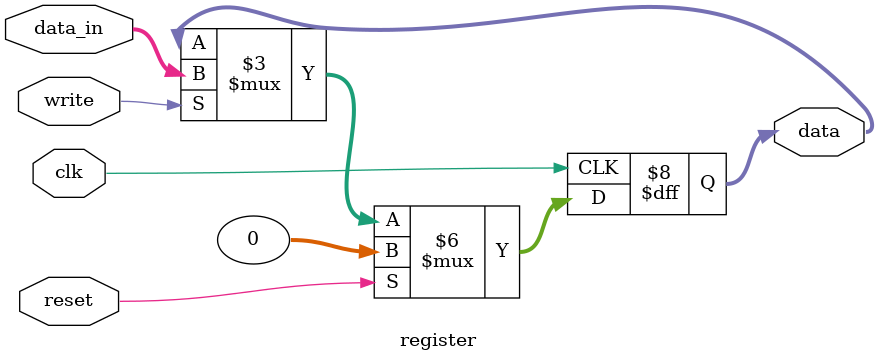
<source format=sv>

/**
 * Register for storing data for all of the parameterized signals that
 * are read/written from the pc monitor/controller.
 */
module register
#(parameter DATA_BITS = 32, parameter RESET_VALUE = 0)(
    input  wire                         clk,
    input  wire                         reset,   // reset to default value
    input  wire                         write,   // active high to write reg
    input  wire[DATA_BITS-1:0]          data_in, // data to write
    
    output reg[DATA_BITS-1:0]           data     // current reg data
);

always @(posedge clk) begin
    if (reset) begin
        // reset to default value
        data <= RESET_VALUE;
    end else if (write) begin
        // write new data
        data <= data_in;
    end else begin
        // maintain data
        data <= data;
    end
end

endmodule
</source>
